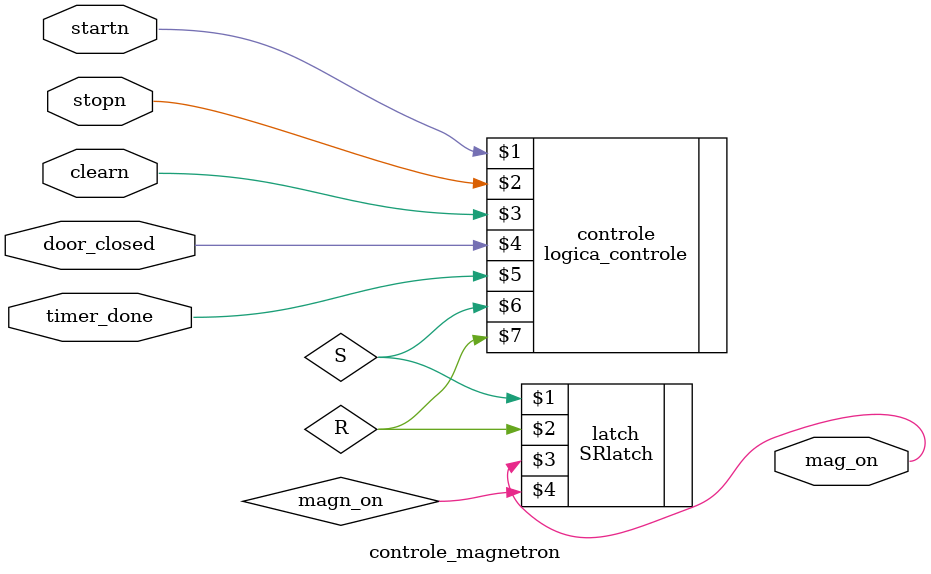
<source format=v>
`include "..\Nivel03\logica_controle.v"
`include "..\Nivel03\SRlatch.v"

module controle_magnetron (
    input wire startn, stopn, clearn, door_closed, timer_done,
    output wire mag_on
);
wire S, R, magn_on;

logica_controle controle(startn, stopn, clearn, door_closed, timer_done, S, R);
SRlatch latch(S, R, mag_on, magn_on);

    
endmodule
</source>
